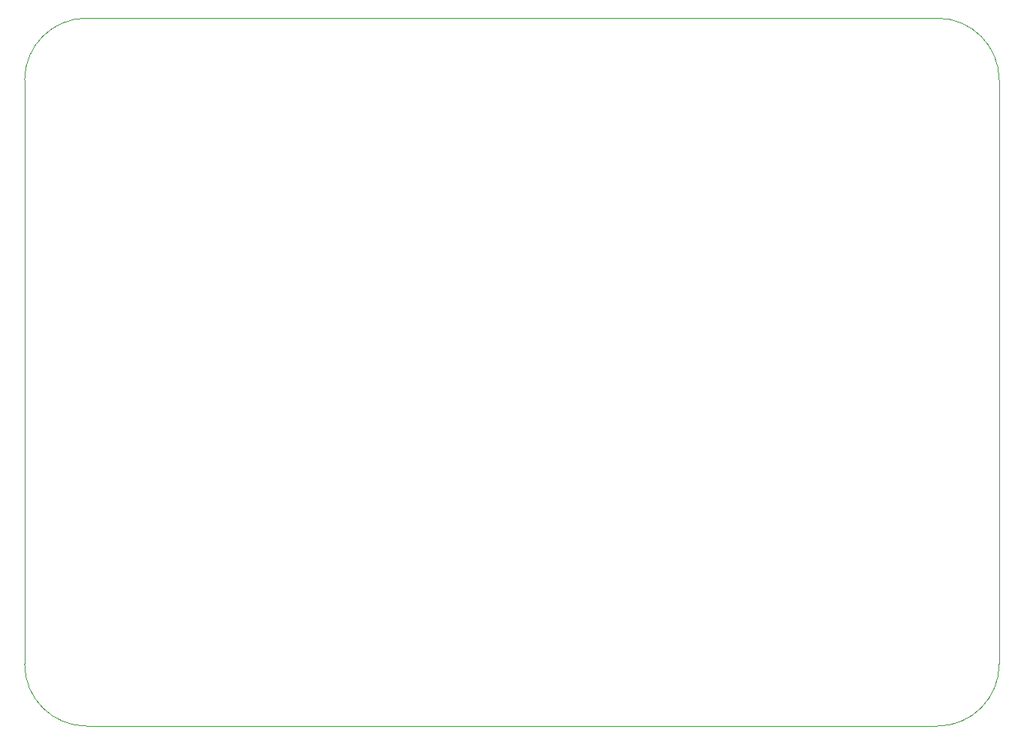
<source format=gbr>
G04 #@! TF.GenerationSoftware,KiCad,Pcbnew,5.1.5*
G04 #@! TF.CreationDate,2019-12-18T01:23:40-06:00*
G04 #@! TF.ProjectId,TurtlebotController,54757274-6c65-4626-9f74-436f6e74726f,rev?*
G04 #@! TF.SameCoordinates,Original*
G04 #@! TF.FileFunction,Profile,NP*
%FSLAX46Y46*%
G04 Gerber Fmt 4.6, Leading zero omitted, Abs format (unit mm)*
G04 Created by KiCad (PCBNEW 5.1.5) date 2019-12-18 01:23:40*
%MOMM*%
%LPD*%
G04 APERTURE LIST*
%ADD10C,0.050000*%
G04 APERTURE END LIST*
D10*
X174500000Y-118400000D02*
X78500000Y-118400000D01*
X181500000Y-45400000D02*
X181500000Y-111400000D01*
X78500000Y-38400000D02*
X174500000Y-38400000D01*
X71500000Y-111400000D02*
X71500000Y-45400000D01*
X181500000Y-111400000D02*
G75*
G02X174500000Y-118400000I-7000000J0D01*
G01*
X174500000Y-38400000D02*
G75*
G02X181500000Y-45400000I0J-7000000D01*
G01*
X78500000Y-118400000D02*
G75*
G02X71500000Y-111400000I0J7000000D01*
G01*
X71500000Y-45400000D02*
G75*
G02X78500000Y-38400000I7000000J0D01*
G01*
M02*

</source>
